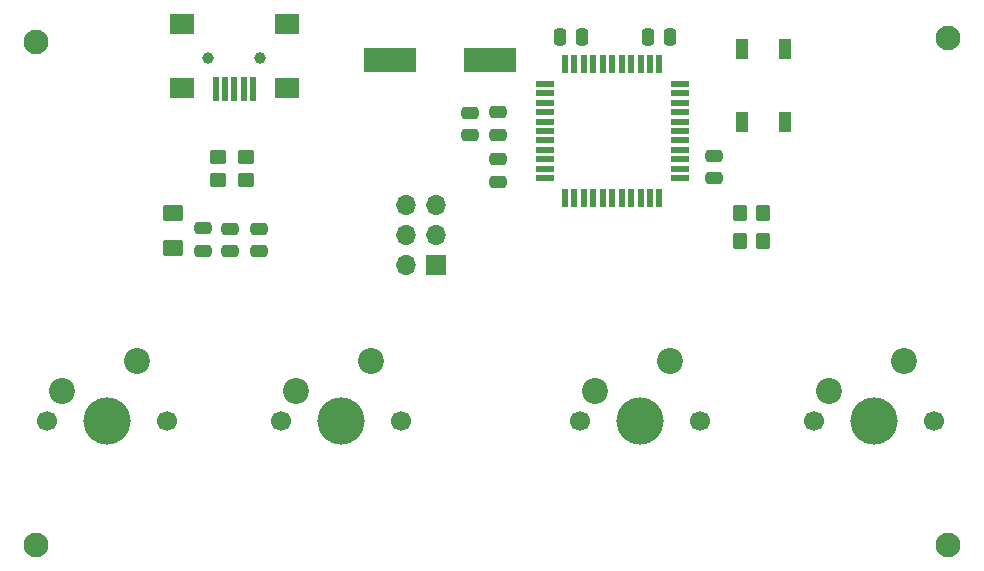
<source format=gbr>
%TF.GenerationSoftware,KiCad,Pcbnew,8.0.6*%
%TF.CreationDate,2025-02-27T22:11:00+05:30*%
%TF.ProjectId,muse-dash-pcb,6d757365-2d64-4617-9368-2d7063622e6b,rev?*%
%TF.SameCoordinates,Original*%
%TF.FileFunction,Soldermask,Top*%
%TF.FilePolarity,Negative*%
%FSLAX46Y46*%
G04 Gerber Fmt 4.6, Leading zero omitted, Abs format (unit mm)*
G04 Created by KiCad (PCBNEW 8.0.6) date 2025-02-27 22:11:00*
%MOMM*%
%LPD*%
G01*
G04 APERTURE LIST*
G04 Aperture macros list*
%AMRoundRect*
0 Rectangle with rounded corners*
0 $1 Rounding radius*
0 $2 $3 $4 $5 $6 $7 $8 $9 X,Y pos of 4 corners*
0 Add a 4 corners polygon primitive as box body*
4,1,4,$2,$3,$4,$5,$6,$7,$8,$9,$2,$3,0*
0 Add four circle primitives for the rounded corners*
1,1,$1+$1,$2,$3*
1,1,$1+$1,$4,$5*
1,1,$1+$1,$6,$7*
1,1,$1+$1,$8,$9*
0 Add four rect primitives between the rounded corners*
20,1,$1+$1,$2,$3,$4,$5,0*
20,1,$1+$1,$4,$5,$6,$7,0*
20,1,$1+$1,$6,$7,$8,$9,0*
20,1,$1+$1,$8,$9,$2,$3,0*%
G04 Aperture macros list end*
%ADD10RoundRect,0.250000X-0.350000X-0.450000X0.350000X-0.450000X0.350000X0.450000X-0.350000X0.450000X0*%
%ADD11C,1.700000*%
%ADD12C,4.000000*%
%ADD13C,2.200000*%
%ADD14RoundRect,0.250000X0.475000X-0.250000X0.475000X0.250000X-0.475000X0.250000X-0.475000X-0.250000X0*%
%ADD15RoundRect,0.250000X-0.475000X0.250000X-0.475000X-0.250000X0.475000X-0.250000X0.475000X0.250000X0*%
%ADD16C,2.100000*%
%ADD17RoundRect,0.250000X-0.450000X0.350000X-0.450000X-0.350000X0.450000X-0.350000X0.450000X0.350000X0*%
%ADD18R,4.500000X2.000000*%
%ADD19RoundRect,0.250000X-0.250000X-0.475000X0.250000X-0.475000X0.250000X0.475000X-0.250000X0.475000X0*%
%ADD20R,1.700000X1.700000*%
%ADD21O,1.700000X1.700000*%
%ADD22R,1.100000X1.800000*%
%ADD23RoundRect,0.250001X-0.624999X0.462499X-0.624999X-0.462499X0.624999X-0.462499X0.624999X0.462499X0*%
%ADD24RoundRect,0.250000X0.250000X0.475000X-0.250000X0.475000X-0.250000X-0.475000X0.250000X-0.475000X0*%
%ADD25C,1.000000*%
%ADD26R,0.500000X2.000000*%
%ADD27R,2.000000X1.700000*%
%ADD28R,1.500000X0.550000*%
%ADD29R,0.550000X1.500000*%
%ADD30RoundRect,0.250000X0.350000X0.450000X-0.350000X0.450000X-0.350000X-0.450000X0.350000X-0.450000X0*%
G04 APERTURE END LIST*
D10*
%TO.C,R3*%
X216281250Y-73818750D03*
X218281250Y-73818750D03*
%TD*%
D11*
%TO.C,SW1*%
X157638750Y-89058750D03*
D12*
X162718750Y-89058750D03*
D11*
X167798750Y-89058750D03*
D13*
X165258750Y-83978750D03*
X158908750Y-86518750D03*
%TD*%
D14*
%TO.C,C6*%
X195812500Y-68806250D03*
X195812500Y-66906250D03*
%TD*%
D15*
%TO.C,C3*%
X193446400Y-62956400D03*
X193446400Y-64856400D03*
%TD*%
D14*
%TO.C,C9*%
X175564800Y-74711600D03*
X175564800Y-72811600D03*
%TD*%
%TO.C,C2*%
X195812500Y-64837500D03*
X195812500Y-62937500D03*
%TD*%
D16*
%TO.C,H1*%
X156684000Y-56981000D03*
%TD*%
D17*
%TO.C,R2*%
X172085000Y-66675000D03*
X172085000Y-68675000D03*
%TD*%
D16*
%TO.C,H2*%
X233900000Y-56600000D03*
%TD*%
D17*
%TO.C,R1*%
X174498000Y-66675000D03*
X174498000Y-68675000D03*
%TD*%
D18*
%TO.C,Y1*%
X195156400Y-58521600D03*
X186656400Y-58521600D03*
%TD*%
D15*
%TO.C,C7*%
X214068750Y-66593750D03*
X214068750Y-68493750D03*
%TD*%
%TO.C,C8*%
X173126400Y-72776000D03*
X173126400Y-74676000D03*
%TD*%
D16*
%TO.C,H3*%
X156718000Y-99568000D03*
%TD*%
D19*
%TO.C,C1*%
X201056250Y-56587500D03*
X202956250Y-56587500D03*
%TD*%
D20*
%TO.C,J1*%
X190601600Y-75844400D03*
D21*
X188061600Y-75844400D03*
X190601600Y-73304400D03*
X188061600Y-73304400D03*
X190601600Y-70764400D03*
X188061600Y-70764400D03*
%TD*%
D11*
%TO.C,SW3*%
X202723750Y-89058750D03*
D12*
X207803750Y-89058750D03*
D11*
X212883750Y-89058750D03*
D13*
X210343750Y-83978750D03*
X203993750Y-86518750D03*
%TD*%
D11*
%TO.C,SW4*%
X222567500Y-89058750D03*
D12*
X227647500Y-89058750D03*
D11*
X232727500Y-89058750D03*
D13*
X230187500Y-83978750D03*
X223837500Y-86518750D03*
%TD*%
D22*
%TO.C,SW0*%
X220150000Y-57531250D03*
X220150000Y-63731250D03*
X216450000Y-57531250D03*
X216450000Y-63731250D03*
%TD*%
D16*
%TO.C,H4*%
X233934000Y-99568000D03*
%TD*%
D23*
%TO.C,F1*%
X168275000Y-71447000D03*
X168275000Y-74422000D03*
%TD*%
D14*
%TO.C,C5*%
X170840400Y-74645600D03*
X170840400Y-72745600D03*
%TD*%
D11*
%TO.C,SW2*%
X177482500Y-89058750D03*
D12*
X182562500Y-89058750D03*
D11*
X187642500Y-89058750D03*
D13*
X185102500Y-83978750D03*
X178752500Y-86518750D03*
%TD*%
D24*
%TO.C,C4*%
X210412500Y-56587500D03*
X208512500Y-56587500D03*
%TD*%
D25*
%TO.C,USB1*%
X175700000Y-58300000D03*
X171300000Y-58300000D03*
D26*
X175100000Y-61000000D03*
X174300000Y-61000000D03*
X173500000Y-61000000D03*
X172700000Y-61000000D03*
X171900000Y-61000000D03*
D27*
X177950000Y-60900000D03*
X177950000Y-55450000D03*
X169050000Y-60900000D03*
X169050000Y-55450000D03*
%TD*%
D28*
%TO.C,U1*%
X199781250Y-60512500D03*
X199781250Y-61312500D03*
X199781250Y-62112500D03*
X199781250Y-62912500D03*
X199781250Y-63712500D03*
X199781250Y-64512500D03*
X199781250Y-65312500D03*
X199781250Y-66112500D03*
X199781250Y-66912500D03*
X199781250Y-67712500D03*
X199781250Y-68512500D03*
D29*
X201481250Y-70212500D03*
X202281250Y-70212500D03*
X203081250Y-70212500D03*
X203881250Y-70212500D03*
X204681250Y-70212500D03*
X205481250Y-70212500D03*
X206281250Y-70212500D03*
X207081250Y-70212500D03*
X207881250Y-70212500D03*
X208681250Y-70212500D03*
X209481250Y-70212500D03*
D28*
X211181250Y-68512500D03*
X211181250Y-67712500D03*
X211181250Y-66912500D03*
X211181250Y-66112500D03*
X211181250Y-65312500D03*
X211181250Y-64512500D03*
X211181250Y-63712500D03*
X211181250Y-62912500D03*
X211181250Y-62112500D03*
X211181250Y-61312500D03*
X211181250Y-60512500D03*
D29*
X209481250Y-58812500D03*
X208681250Y-58812500D03*
X207881250Y-58812500D03*
X207081250Y-58812500D03*
X206281250Y-58812500D03*
X205481250Y-58812500D03*
X204681250Y-58812500D03*
X203881250Y-58812500D03*
X203081250Y-58812500D03*
X202281250Y-58812500D03*
X201481250Y-58812500D03*
%TD*%
D30*
%TO.C,R4*%
X218281250Y-71437500D03*
X216281250Y-71437500D03*
%TD*%
M02*

</source>
